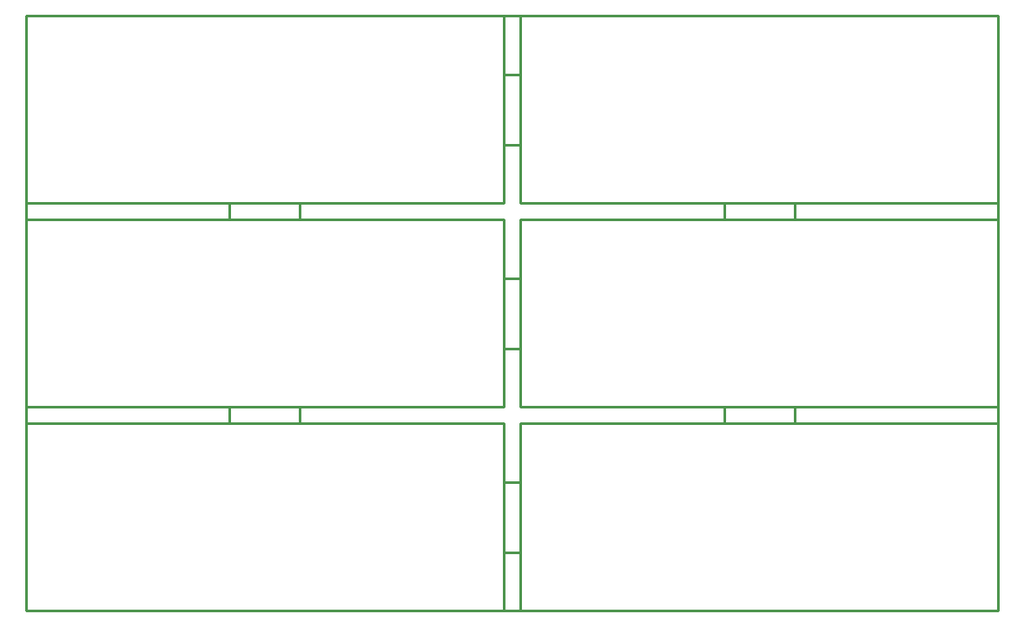
<source format=gko>
G04 Layer: BoardOutlineLayer*
G04 EasyEDA v6.5.3, 2022-05-09 11:27:13*
G04 baffbd41b27947a08c2bb0c717e604c5,b03e5731a7a74599b12e1065cb71c7ef,10*
G04 Gerber Generator version 0.2*
G04 Scale: 100 percent, Rotated: No, Reflected: No *
G04 Dimensions in millimeters *
G04 leading zeros omitted , absolute positions ,4 integer and 5 decimal *
%FSLAX45Y45*%
%MOMM*%

%ADD10C,0.2540*%
D10*
X1498600Y-25400D02*
G01*
X1498600Y25400D01*
X6159500Y25400D01*
X6159500Y-1803400D01*
X1498600Y-1803400D01*
X1498600Y-25400D01*
X6319499Y-25400D02*
G01*
X6319499Y25400D01*
X10980399Y25400D01*
X10980399Y-1803400D01*
X6319499Y-1803400D01*
X6319499Y-25400D01*
X1498600Y-2014199D02*
G01*
X1498600Y-1963399D01*
X6159500Y-1963399D01*
X6159500Y-3792199D01*
X1498600Y-3792199D01*
X1498600Y-2014199D01*
X6319499Y-2014199D02*
G01*
X6319499Y-1963399D01*
X10980399Y-1963399D01*
X10980399Y-3792199D01*
X6319499Y-3792199D01*
X6319499Y-2014199D01*
X1498600Y-4002999D02*
G01*
X1498600Y-3952199D01*
X6159500Y-3952199D01*
X6159500Y-5780999D01*
X1498600Y-5780999D01*
X1498600Y-4002999D01*
X6319499Y-4002999D02*
G01*
X6319499Y-3952199D01*
X10980399Y-3952199D01*
X10980399Y-5780999D01*
X6319499Y-5780999D01*
X6319499Y-4002999D01*
X1498600Y25400D02*
G01*
X10980399Y25400D01*
X10980399Y-5780999D01*
X1498600Y-5780999D01*
X1498600Y25400D01*
X3487046Y-1954232D02*
G01*
X3487046Y-1812566D01*
X4171055Y-1954232D02*
G01*
X4171055Y-1812566D01*
X8307946Y-1954232D02*
G01*
X8307946Y-1812566D01*
X8991955Y-1954232D02*
G01*
X8991955Y-1812566D01*
X3487046Y-3943032D02*
G01*
X3487046Y-3801366D01*
X4171055Y-3943032D02*
G01*
X4171055Y-3801366D01*
X8307946Y-3943032D02*
G01*
X8307946Y-3801366D01*
X8991955Y-3943032D02*
G01*
X8991955Y-3801366D01*
X6310332Y-546996D02*
G01*
X6168666Y-546996D01*
X6310332Y-1231005D02*
G01*
X6168666Y-1231005D01*
X6310332Y-2535796D02*
G01*
X6168666Y-2535796D01*
X6310332Y-3219805D02*
G01*
X6168666Y-3219805D01*
X6310332Y-4524595D02*
G01*
X6168666Y-4524595D01*
X6310332Y-5208605D02*
G01*
X6168666Y-5208605D01*

%LPD*%
M02*

</source>
